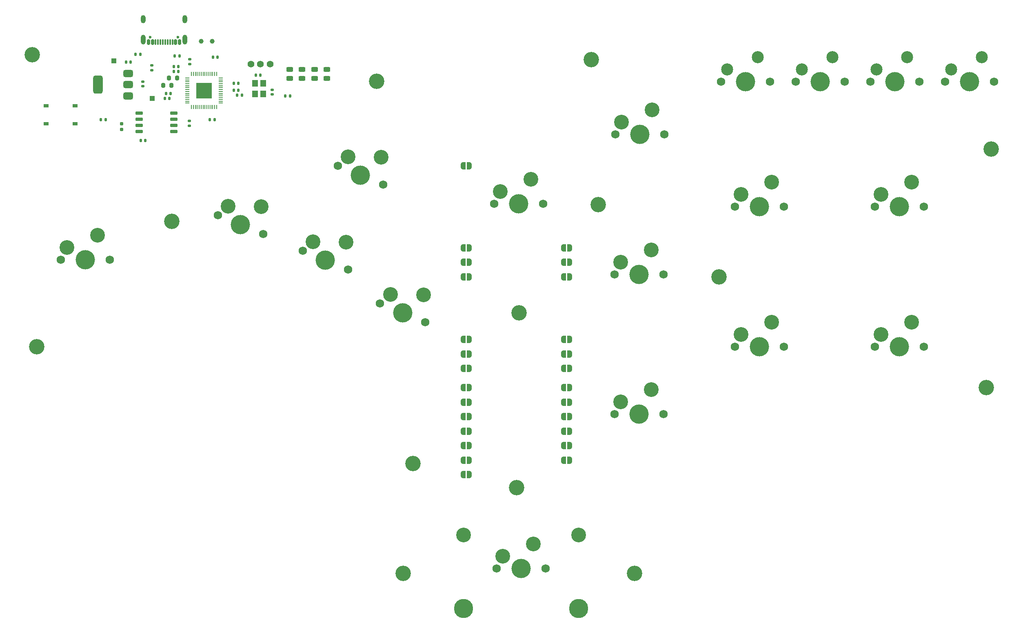
<source format=gts>
G04 #@! TF.GenerationSoftware,KiCad,Pcbnew,8.0.4*
G04 #@! TF.CreationDate,2024-07-30T01:48:29-07:00*
G04 #@! TF.ProjectId,leverless_controller_3board,6c657665-726c-4657-9373-5f636f6e7472,rev?*
G04 #@! TF.SameCoordinates,Original*
G04 #@! TF.FileFunction,Soldermask,Top*
G04 #@! TF.FilePolarity,Negative*
%FSLAX46Y46*%
G04 Gerber Fmt 4.6, Leading zero omitted, Abs format (unit mm)*
G04 Created by KiCad (PCBNEW 8.0.4) date 2024-07-30 01:48:29*
%MOMM*%
%LPD*%
G01*
G04 APERTURE LIST*
G04 Aperture macros list*
%AMRoundRect*
0 Rectangle with rounded corners*
0 $1 Rounding radius*
0 $2 $3 $4 $5 $6 $7 $8 $9 X,Y pos of 4 corners*
0 Add a 4 corners polygon primitive as box body*
4,1,4,$2,$3,$4,$5,$6,$7,$8,$9,$2,$3,0*
0 Add four circle primitives for the rounded corners*
1,1,$1+$1,$2,$3*
1,1,$1+$1,$4,$5*
1,1,$1+$1,$6,$7*
1,1,$1+$1,$8,$9*
0 Add four rect primitives between the rounded corners*
20,1,$1+$1,$2,$3,$4,$5,0*
20,1,$1+$1,$4,$5,$6,$7,0*
20,1,$1+$1,$6,$7,$8,$9,0*
20,1,$1+$1,$8,$9,$2,$3,0*%
%AMFreePoly0*
4,1,19,0.500000,-0.750000,0.000000,-0.750000,0.000000,-0.744911,-0.071157,-0.744911,-0.207708,-0.704816,-0.327430,-0.627875,-0.420627,-0.520320,-0.479746,-0.390866,-0.500000,-0.250000,-0.500000,0.250000,-0.479746,0.390866,-0.420627,0.520320,-0.327430,0.627875,-0.207708,0.704816,-0.071157,0.744911,0.000000,0.744911,0.000000,0.750000,0.500000,0.750000,0.500000,-0.750000,0.500000,-0.750000,
$1*%
%AMFreePoly1*
4,1,19,0.000000,0.744911,0.071157,0.744911,0.207708,0.704816,0.327430,0.627875,0.420627,0.520320,0.479746,0.390866,0.500000,0.250000,0.500000,-0.250000,0.479746,-0.390866,0.420627,-0.520320,0.327430,-0.627875,0.207708,-0.704816,0.071157,-0.744911,0.000000,-0.744911,0.000000,-0.750000,-0.500000,-0.750000,-0.500000,0.750000,0.000000,0.750000,0.000000,0.744911,0.000000,0.744911,
$1*%
G04 Aperture macros list end*
%ADD10C,1.750000*%
%ADD11C,3.050000*%
%ADD12C,4.000000*%
%ADD13FreePoly0,0.000000*%
%ADD14FreePoly1,0.000000*%
%ADD15R,1.200000X1.400000*%
%ADD16C,3.200000*%
%ADD17RoundRect,0.243750X0.456250X-0.243750X0.456250X0.243750X-0.456250X0.243750X-0.456250X-0.243750X0*%
%ADD18RoundRect,0.140000X0.140000X0.170000X-0.140000X0.170000X-0.140000X-0.170000X0.140000X-0.170000X0*%
%ADD19C,2.500000*%
%ADD20RoundRect,0.140000X-0.140000X-0.170000X0.140000X-0.170000X0.140000X0.170000X-0.140000X0.170000X0*%
%ADD21R,1.000000X0.750000*%
%ADD22C,1.000000*%
%ADD23RoundRect,0.135000X0.135000X0.185000X-0.135000X0.185000X-0.135000X-0.185000X0.135000X-0.185000X0*%
%ADD24RoundRect,0.135000X-0.135000X-0.185000X0.135000X-0.185000X0.135000X0.185000X-0.135000X0.185000X0*%
%ADD25RoundRect,0.135000X-0.185000X0.135000X-0.185000X-0.135000X0.185000X-0.135000X0.185000X0.135000X0*%
%ADD26RoundRect,0.500000X0.500000X1.400000X-0.500000X1.400000X-0.500000X-1.400000X0.500000X-1.400000X0*%
%ADD27RoundRect,0.375000X0.625000X0.375000X-0.625000X0.375000X-0.625000X-0.375000X0.625000X-0.375000X0*%
%ADD28C,1.400000*%
%ADD29RoundRect,0.140000X0.170000X-0.140000X0.170000X0.140000X-0.170000X0.140000X-0.170000X-0.140000X0*%
%ADD30R,1.000000X1.000000*%
%ADD31RoundRect,0.140000X-0.170000X0.140000X-0.170000X-0.140000X0.170000X-0.140000X0.170000X0.140000X0*%
%ADD32RoundRect,0.200000X-0.200000X-0.275000X0.200000X-0.275000X0.200000X0.275000X-0.200000X0.275000X0*%
%ADD33RoundRect,0.160000X-0.160000X0.197500X-0.160000X-0.197500X0.160000X-0.197500X0.160000X0.197500X0*%
%ADD34RoundRect,0.050000X0.050000X-0.387500X0.050000X0.387500X-0.050000X0.387500X-0.050000X-0.387500X0*%
%ADD35RoundRect,0.050000X0.387500X-0.050000X0.387500X0.050000X-0.387500X0.050000X-0.387500X-0.050000X0*%
%ADD36R,3.200000X3.200000*%
%ADD37C,0.600000*%
%ADD38RoundRect,0.150000X0.150000X0.420000X-0.150000X0.420000X-0.150000X-0.420000X0.150000X-0.420000X0*%
%ADD39RoundRect,0.075000X0.075000X0.495000X-0.075000X0.495000X-0.075000X-0.495000X0.075000X-0.495000X0*%
%ADD40O,1.000000X2.000000*%
%ADD41O,1.000000X1.700000*%
%ADD42C,3.048000*%
%ADD43C,3.987800*%
%ADD44RoundRect,0.150000X0.650000X0.150000X-0.650000X0.150000X-0.650000X-0.150000X0.650000X-0.150000X0*%
G04 APERTURE END LIST*
D10*
G04 #@! TO.C,SW9_HK1*
X223853943Y-90000000D03*
D11*
X225123943Y-87460000D03*
D12*
X228933943Y-90000000D03*
D11*
X231473943Y-84920000D03*
D10*
X234013943Y-90000000D03*
G04 #@! TD*
D13*
G04 #@! TO.C,JP1*
X138430000Y-94500000D03*
D14*
X139730000Y-94500000D03*
G04 #@! TD*
D15*
G04 #@! TO.C,Y1*
X96996000Y-37630000D03*
X96996000Y-35430000D03*
X95296000Y-35430000D03*
X95296000Y-37630000D03*
G04 #@! TD*
D16*
G04 #@! TO.C,H12*
X166500000Y-60500000D03*
G04 #@! TD*
D17*
G04 #@! TO.C,D4*
X110190000Y-34350000D03*
X110190000Y-32475000D03*
G04 #@! TD*
D18*
G04 #@! TO.C,C9*
X77480000Y-38500000D03*
X76520000Y-38500000D03*
G04 #@! TD*
G04 #@! TO.C,C7*
X79360000Y-31930000D03*
X78400000Y-31930000D03*
G04 #@! TD*
D16*
G04 #@! TO.C,H11*
X247000000Y-98500000D03*
G04 #@! TD*
D17*
G04 #@! TO.C,D2*
X105010000Y-34350000D03*
X105010000Y-32475000D03*
G04 #@! TD*
D10*
G04 #@! TO.C,SW11_START1*
X191920000Y-35080000D03*
D12*
X197000000Y-35080000D03*
D10*
X202080000Y-35080000D03*
D19*
X193190000Y-32540000D03*
X199540000Y-30000000D03*
G04 #@! TD*
D20*
G04 #@! TO.C,C8*
X90840000Y-35430000D03*
X91800000Y-35430000D03*
G04 #@! TD*
D21*
G04 #@! TO.C,SW1*
X51905000Y-40055000D03*
X57905000Y-40055000D03*
X51905000Y-43805000D03*
X57905000Y-43805000D03*
G04 #@! TD*
D13*
G04 #@! TO.C,JP18*
X159275000Y-113500000D03*
D14*
X160575000Y-113500000D03*
G04 #@! TD*
D16*
G04 #@! TO.C,H6*
X150000000Y-83000000D03*
G04 #@! TD*
D13*
G04 #@! TO.C,JP9*
X138430000Y-52500000D03*
D14*
X139730000Y-52500000D03*
G04 #@! TD*
D22*
G04 #@! TO.C,TP4*
X84100000Y-26700000D03*
G04 #@! TD*
D23*
G04 #@! TO.C,R4*
X92590000Y-37856000D03*
X91570000Y-37856000D03*
G04 #@! TD*
D17*
G04 #@! TO.C,D1*
X102420000Y-34350000D03*
X102420000Y-32475000D03*
G04 #@! TD*
D13*
G04 #@! TO.C,JP24*
X159275000Y-91500000D03*
D14*
X160575000Y-91500000D03*
G04 #@! TD*
D20*
G04 #@! TO.C,C15*
X86520000Y-30000000D03*
X87480000Y-30000000D03*
G04 #@! TD*
D13*
G04 #@! TO.C,JP5*
X138430000Y-91500000D03*
D14*
X139730000Y-91500000D03*
G04 #@! TD*
D24*
G04 #@! TO.C,R5*
X63251000Y-42936000D03*
X64271000Y-42936000D03*
G04 #@! TD*
D13*
G04 #@! TO.C,JP7*
X138430000Y-104500000D03*
D14*
X139730000Y-104500000D03*
G04 #@! TD*
D25*
G04 #@! TO.C,R2*
X73822000Y-31668000D03*
X73822000Y-32688000D03*
G04 #@! TD*
D10*
G04 #@! TO.C,SW20_RIGHT1*
X121210635Y-81055968D03*
D11*
X123355978Y-79195322D03*
D12*
X125903943Y-83000000D03*
D11*
X130194629Y-79278708D03*
D10*
X130597251Y-84944032D03*
G04 #@! TD*
G04 #@! TO.C,SW18_DOWN1*
X105141464Y-70070330D03*
D11*
X107286807Y-68209684D03*
D12*
X109834772Y-72014362D03*
D11*
X114125458Y-68293070D03*
D10*
X114528080Y-73958394D03*
G04 #@! TD*
D16*
G04 #@! TO.C,H4*
X128000000Y-114250000D03*
G04 #@! TD*
D26*
G04 #@! TO.C,U2*
X62672000Y-35678000D03*
D27*
X68972000Y-37978000D03*
X68972000Y-35678000D03*
X68972000Y-33378000D03*
G04 #@! TD*
D28*
G04 #@! TO.C,J2*
X98380000Y-31430000D03*
X96380000Y-31430000D03*
X94380000Y-31430000D03*
G04 #@! TD*
D13*
G04 #@! TO.C,JP4*
X138430000Y-88500000D03*
D14*
X139730000Y-88500000D03*
G04 #@! TD*
D10*
G04 #@! TO.C,SW17_W1*
X112431583Y-52470425D03*
D11*
X114576926Y-50609779D03*
D12*
X117124891Y-54414457D03*
D11*
X121415577Y-50693165D03*
D10*
X121818199Y-56358489D03*
G04 #@! TD*
D29*
G04 #@! TO.C,C11*
X81700000Y-31380000D03*
X81700000Y-30420000D03*
G04 #@! TD*
D10*
G04 #@! TO.C,SW3_MK1*
X194853943Y-90000000D03*
D11*
X196123943Y-87460000D03*
D12*
X199933943Y-90000000D03*
D11*
X202473943Y-84920000D03*
D10*
X205013943Y-90000000D03*
G04 #@! TD*
D16*
G04 #@! TO.C,H1*
X49000000Y-29500000D03*
G04 #@! TD*
D18*
G04 #@! TO.C,C10*
X77730000Y-37500000D03*
X76770000Y-37500000D03*
G04 #@! TD*
G04 #@! TO.C,C6*
X79360000Y-32930000D03*
X78400000Y-32930000D03*
G04 #@! TD*
D30*
G04 #@! TO.C,TP1*
X66000000Y-30750000D03*
G04 #@! TD*
D16*
G04 #@! TO.C,H9*
X165000000Y-30500000D03*
G04 #@! TD*
D22*
G04 #@! TO.C,TP3*
X86400000Y-26700000D03*
G04 #@! TD*
D30*
G04 #@! TO.C,TP2*
X73900000Y-38500000D03*
G04 #@! TD*
D31*
G04 #@! TO.C,C12*
X81630000Y-43200000D03*
X81630000Y-44160000D03*
G04 #@! TD*
D16*
G04 #@! TO.C,H2*
X50000000Y-90000000D03*
G04 #@! TD*
D10*
G04 #@! TO.C,SW2_LK1*
X169853943Y-104000000D03*
D11*
X171123943Y-101460000D03*
D12*
X174933943Y-104000000D03*
D11*
X177473943Y-98920000D03*
D10*
X180013943Y-104000000D03*
G04 #@! TD*
G04 #@! TO.C,SW8_DP1*
X54920000Y-71991696D03*
D11*
X56190000Y-69451696D03*
D12*
X60000000Y-71991696D03*
D11*
X62540000Y-66911696D03*
D10*
X65080000Y-71991696D03*
G04 #@! TD*
G04 #@! TO.C,SW12_THROW1*
X144835906Y-60354124D03*
D11*
X146105906Y-57814124D03*
D12*
X149915906Y-60354124D03*
D11*
X152455906Y-55274124D03*
D10*
X154995906Y-60354124D03*
G04 #@! TD*
D31*
G04 #@! TO.C,C3*
X98852000Y-36728000D03*
X98852000Y-37688000D03*
G04 #@! TD*
D16*
G04 #@! TO.C,H13*
X174000000Y-137000000D03*
G04 #@! TD*
D13*
G04 #@! TO.C,JP22*
X159275000Y-75500000D03*
D14*
X160575000Y-75500000D03*
G04 #@! TD*
D13*
G04 #@! TO.C,JP11*
X138430000Y-113500000D03*
D14*
X139730000Y-113500000D03*
G04 #@! TD*
D13*
G04 #@! TO.C,JP8*
X138430000Y-101500000D03*
D14*
X139730000Y-101500000D03*
G04 #@! TD*
D32*
G04 #@! TO.C,R7*
X77425000Y-34250000D03*
X79075000Y-34250000D03*
G04 #@! TD*
D16*
G04 #@! TO.C,H3*
X120500000Y-35000000D03*
G04 #@! TD*
D13*
G04 #@! TO.C,JP27*
X159275000Y-101500000D03*
D14*
X160575000Y-101500000D03*
G04 #@! TD*
D33*
G04 #@! TO.C,R6*
X67571000Y-43735500D03*
X67571000Y-44930500D03*
G04 #@! TD*
D13*
G04 #@! TO.C,JP12*
X138430000Y-110500000D03*
D14*
X139730000Y-110500000D03*
G04 #@! TD*
D13*
G04 #@! TO.C,JP20*
X159275000Y-107500000D03*
D14*
X160575000Y-107500000D03*
G04 #@! TD*
D13*
G04 #@! TO.C,JP21*
X159275000Y-72500000D03*
D14*
X160575000Y-72500000D03*
G04 #@! TD*
D13*
G04 #@! TO.C,JP23*
X159275000Y-88500000D03*
D14*
X160575000Y-88500000D03*
G04 #@! TD*
D20*
G04 #@! TO.C,C5*
X71536000Y-47254000D03*
X72496000Y-47254000D03*
G04 #@! TD*
D13*
G04 #@! TO.C,JP25*
X159275000Y-69500000D03*
D14*
X160575000Y-69500000D03*
G04 #@! TD*
D16*
G04 #@! TO.C,H8*
X191500000Y-75500000D03*
G04 #@! TD*
D17*
G04 #@! TO.C,D3*
X107600000Y-34350000D03*
X107600000Y-32475000D03*
G04 #@! TD*
D13*
G04 #@! TO.C,JP13*
X138430000Y-107500000D03*
D14*
X139730000Y-107500000D03*
G04 #@! TD*
D20*
G04 #@! TO.C,C13*
X85900000Y-42930000D03*
X86860000Y-42930000D03*
G04 #@! TD*
D34*
G04 #@! TO.C,U1*
X82078000Y-40315500D03*
X82478000Y-40315500D03*
X82878000Y-40315500D03*
X83278000Y-40315500D03*
X83678000Y-40315500D03*
X84078000Y-40315500D03*
X84478000Y-40315500D03*
X84878000Y-40315500D03*
X85278000Y-40315500D03*
X85678000Y-40315500D03*
X86078000Y-40315500D03*
X86478000Y-40315500D03*
X86878000Y-40315500D03*
X87278000Y-40315500D03*
D35*
X88115500Y-39478000D03*
X88115500Y-39078000D03*
X88115500Y-38678000D03*
X88115500Y-38278000D03*
X88115500Y-37878000D03*
X88115500Y-37478000D03*
X88115500Y-37078000D03*
X88115500Y-36678000D03*
X88115500Y-36278000D03*
X88115500Y-35878000D03*
X88115500Y-35478000D03*
X88115500Y-35078000D03*
X88115500Y-34678000D03*
X88115500Y-34278000D03*
D34*
X87278000Y-33440500D03*
X86878000Y-33440500D03*
X86478000Y-33440500D03*
X86078000Y-33440500D03*
X85678000Y-33440500D03*
X85278000Y-33440500D03*
X84878000Y-33440500D03*
X84478000Y-33440500D03*
X84078000Y-33440500D03*
X83678000Y-33440500D03*
X83278000Y-33440500D03*
X82878000Y-33440500D03*
X82478000Y-33440500D03*
X82078000Y-33440500D03*
D35*
X81240500Y-34278000D03*
X81240500Y-34678000D03*
X81240500Y-35078000D03*
X81240500Y-35478000D03*
X81240500Y-35878000D03*
X81240500Y-36278000D03*
X81240500Y-36678000D03*
X81240500Y-37078000D03*
X81240500Y-37478000D03*
X81240500Y-37878000D03*
X81240500Y-38278000D03*
X81240500Y-38678000D03*
X81240500Y-39078000D03*
X81240500Y-39478000D03*
D36*
X84678000Y-36878000D03*
G04 #@! TD*
D13*
G04 #@! TO.C,JP6*
X138430000Y-69500000D03*
D14*
X139730000Y-69500000D03*
G04 #@! TD*
D37*
G04 #@! TO.C,J1*
X79270000Y-25795000D03*
X73490000Y-25795000D03*
D38*
X79580000Y-26865000D03*
X78780000Y-26865000D03*
D39*
X77630000Y-26865000D03*
X76630000Y-26865000D03*
X76130000Y-26865000D03*
X75130000Y-26865000D03*
D38*
X73980000Y-26865000D03*
X73180000Y-26865000D03*
X73180000Y-26865000D03*
X73980000Y-26865000D03*
D39*
X74630000Y-26865000D03*
X75630000Y-26865000D03*
X77130000Y-26865000D03*
X78130000Y-26865000D03*
D38*
X78780000Y-26865000D03*
X79580000Y-26865000D03*
D40*
X80700000Y-26295000D03*
D41*
X80700000Y-22100000D03*
D40*
X72060000Y-26295000D03*
D41*
X72060000Y-22100000D03*
G04 #@! TD*
D20*
G04 #@! TO.C,C14*
X90840000Y-36840000D03*
X91800000Y-36840000D03*
G04 #@! TD*
D10*
G04 #@! TO.C,SW5_MP1*
X194853943Y-61000000D03*
D11*
X196123943Y-58460000D03*
D12*
X199933943Y-61000000D03*
D11*
X202473943Y-55920000D03*
D10*
X205013943Y-61000000D03*
G04 #@! TD*
G04 #@! TO.C,SW6_DI1*
X170034257Y-46000561D03*
D11*
X171304257Y-43460561D03*
D12*
X175114257Y-46000561D03*
D11*
X177654257Y-40920561D03*
D10*
X180194257Y-46000561D03*
G04 #@! TD*
D42*
G04 #@! TO.C,S1*
X138502000Y-129025000D03*
D43*
X138502000Y-144235000D03*
D42*
X162378000Y-129025000D03*
D43*
X162378000Y-144235000D03*
G04 #@! TD*
D13*
G04 #@! TO.C,JP26*
X159275000Y-104500000D03*
D14*
X160575000Y-104500000D03*
G04 #@! TD*
D24*
G04 #@! TO.C,R3*
X78620000Y-29680000D03*
X79640000Y-29680000D03*
G04 #@! TD*
D10*
G04 #@! TO.C,SW19_LEFT1*
X87541559Y-62780211D03*
D11*
X89686902Y-60919565D03*
D12*
X92234867Y-64724243D03*
D11*
X96525553Y-61002951D03*
D10*
X96928175Y-66668275D03*
G04 #@! TD*
D32*
G04 #@! TO.C,R8*
X76250000Y-35800000D03*
X77900000Y-35800000D03*
G04 #@! TD*
D16*
G04 #@! TO.C,H14*
X126000000Y-137000000D03*
G04 #@! TD*
D10*
G04 #@! TO.C,SW4_LP1*
X169853943Y-75000000D03*
D11*
X171123943Y-72460000D03*
D12*
X174933943Y-75000000D03*
D11*
X177473943Y-69920000D03*
D10*
X180013943Y-75000000D03*
G04 #@! TD*
D13*
G04 #@! TO.C,JP2*
X138430000Y-72500000D03*
D14*
X139730000Y-72500000D03*
G04 #@! TD*
D16*
G04 #@! TO.C,H10*
X248000000Y-49000000D03*
G04 #@! TD*
D44*
G04 #@! TO.C,U3*
X78410000Y-45349000D03*
X78410000Y-44079000D03*
X78410000Y-42809000D03*
X78410000Y-41539000D03*
X71210000Y-41539000D03*
X71210000Y-42809000D03*
X71210000Y-44079000D03*
X71210000Y-45349000D03*
G04 #@! TD*
D10*
G04 #@! TO.C,SW7_HP1*
X223853943Y-61000000D03*
D11*
X225123943Y-58460000D03*
D12*
X228933943Y-61000000D03*
D11*
X231473943Y-55920000D03*
D10*
X234013943Y-61000000D03*
G04 #@! TD*
D13*
G04 #@! TO.C,JP19*
X159275000Y-110500000D03*
D14*
X160575000Y-110500000D03*
G04 #@! TD*
D16*
G04 #@! TO.C,H5*
X78000000Y-64000000D03*
G04 #@! TD*
D10*
G04 #@! TO.C,SW16_SPACE1*
X145360000Y-136010000D03*
D11*
X146630000Y-133470000D03*
D12*
X150440000Y-136010000D03*
D11*
X152980000Y-130930000D03*
D10*
X155520000Y-136010000D03*
G04 #@! TD*
D16*
G04 #@! TO.C,H7*
X149500000Y-119250000D03*
G04 #@! TD*
D10*
G04 #@! TO.C,SW10_SHARE1*
X207420000Y-35080000D03*
D12*
X212500000Y-35080000D03*
D10*
X217580000Y-35080000D03*
D19*
X208690000Y-32540000D03*
X215040000Y-30000000D03*
G04 #@! TD*
D23*
G04 #@! TO.C,R9*
X102510000Y-38000000D03*
X101490000Y-38000000D03*
G04 #@! TD*
D20*
G04 #@! TO.C,C1*
X68520000Y-31000000D03*
X69480000Y-31000000D03*
G04 #@! TD*
D13*
G04 #@! TO.C,JP14*
X138430000Y-116500000D03*
D14*
X139730000Y-116500000D03*
G04 #@! TD*
D13*
G04 #@! TO.C,JP17*
X159275000Y-98500000D03*
D14*
X160575000Y-98500000D03*
G04 #@! TD*
D13*
G04 #@! TO.C,JP10*
X138430000Y-98500000D03*
D14*
X139730000Y-98500000D03*
G04 #@! TD*
D13*
G04 #@! TO.C,JP3*
X138430000Y-75500000D03*
D14*
X139730000Y-75500000D03*
G04 #@! TD*
D13*
G04 #@! TO.C,JP15*
X159275000Y-94500000D03*
D14*
X160575000Y-94500000D03*
G04 #@! TD*
D29*
G04 #@! TO.C,C2*
X72000000Y-35980000D03*
X72000000Y-35020000D03*
G04 #@! TD*
D18*
G04 #@! TO.C,C4*
X96360000Y-33680000D03*
X95400000Y-33680000D03*
G04 #@! TD*
D10*
G04 #@! TO.C,SW15_TOUCHPAD1*
X238420000Y-35080000D03*
D12*
X243500000Y-35080000D03*
D10*
X248580000Y-35080000D03*
D19*
X239690000Y-32540000D03*
X246040000Y-30000000D03*
G04 #@! TD*
D24*
G04 #@! TO.C,R1*
X70490000Y-29347000D03*
X71510000Y-29347000D03*
G04 #@! TD*
D10*
G04 #@! TO.C,SW14_PS1*
X222920000Y-35080000D03*
D12*
X228000000Y-35080000D03*
D10*
X233080000Y-35080000D03*
D19*
X224190000Y-32540000D03*
X230540000Y-30000000D03*
G04 #@! TD*
M02*

</source>
